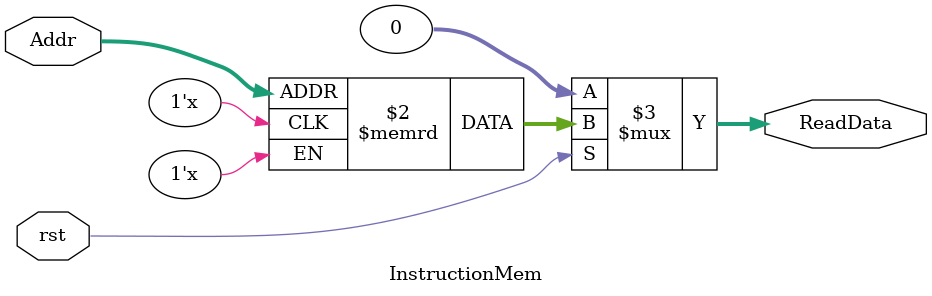
<source format=v>
`timescale 1ns / 1ps


module InstructionMem(
    input rst,
    input [31:0] Addr,
    output [31:0] ReadData
);
    reg [31:0] memory [2^30-1:0];
    
    assign ReadData = (~rst) ? {32{1'b0}} : memory[Addr];


  // initial begin
  //   memory[0] = 32'hFFC4A303;
  //   memory[5] = 32'h00832383;
  // end

endmodule
</source>
